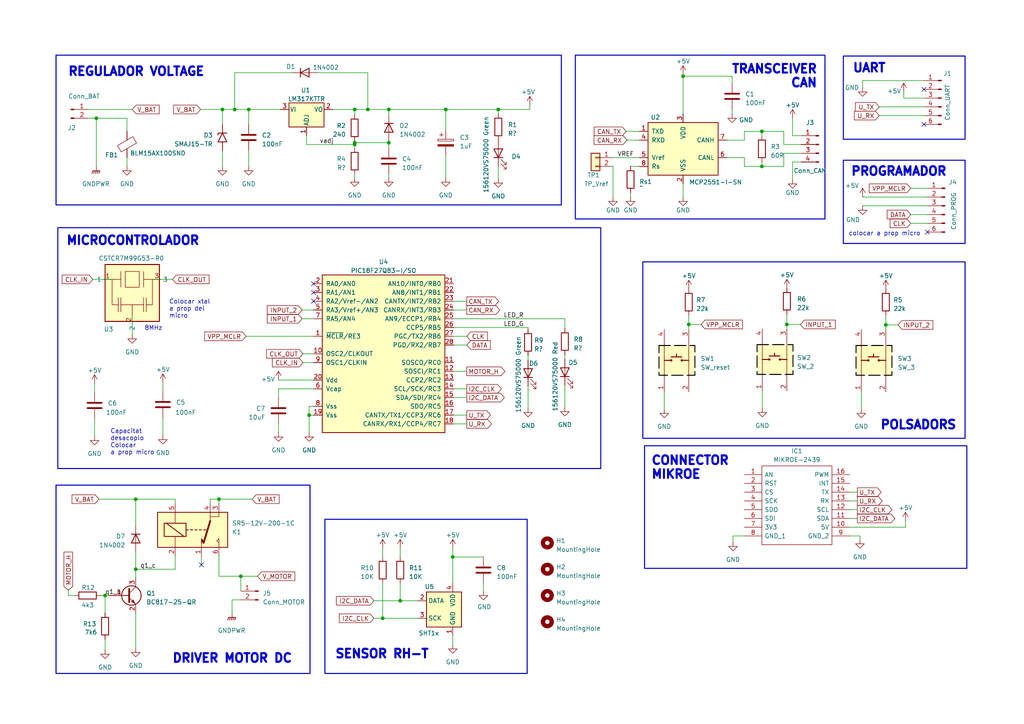
<source format=kicad_sch>
(kicad_sch (version 20230121) (generator eeschema)
  (paper "A4")
  (title_block (title "Placa Pràctica 5 ") (date "2023-04-06") (rev "V4") (company "Universitat de Barcelona") (comment 1 "J.L. Soler, J. Canals, J.D. Prades, M. López") (comment 2 "Eines de Disseny") (comment 3 "Versió Curs 2022/2023"))
  (lib_symbols
    (symbol "Components:DIP_RELAY"
      (property "Reference" "K1" (at 11.43 0.635 0))
      (property "Value" "SR5-12V-200-1C" (at 11.43 -1.905 0))
      (symbol "DIP_RELAY_1_1"
        (pin passive line (at 2.54 7.62 270) (length 2.54) (name "~") (number "1"))
        (pin passive line (at -5.08 7.62 270) (length 2.54) (name "~") (number "2"))
        (pin passive line (at 7.62 -7.62 90) (length 2.54) (name "~") (number "3"))
        (pin passive line (at 5.08 -7.62 90) (length 2.54) (name "~") (number "4"))
        (pin passive line (at -5.08 -7.62 90) (length 2.54) (name "~") (number "5"))
        (pin passive line (at 7.62 7.62 270) (length 2.54) (name "~") (number "6"))
      )
    )
    (symbol "Components:SW_Push_Single" (pin_names (offset 1.016) hide)
      (property "Reference" "SW" (at 5.334 0.762 0))
      (property "Value" "SW_Push_Single" (at 12.7 -6.604 0))
      (symbol "SW_Push_Single_0_1"
        (pin passive line (at -4.191 -12.065 90) (length 2.54) (name "1") (number "1"))
        (pin passive line (at 2.921 -12.065 90) (length 2.54) (name "2") (number "2"))
        (pin passive line (at 2.921 5.969 270) (length 2.54) (name "3") (number "3"))
        (pin passive line (at -4.191 5.969 270) (length 2.54) (name "4") (number "4"))
      )
    )
    (symbol "Components:XTAL"
      (property "Reference" "U" (at 0 0 0))
      (symbol "XTAL_0_1"
        (pin passive line (at -5.842 0 180) (length 2.54) (name "1") (number "1"))
        (pin passive line (at 0 -10.414 270) (length 2.54) (name "2") (number "2"))
        (pin passive line (at 5.842 0 0) (length 2.54) (name "3") (number "3"))
      )
    )
    (symbol "Connector:Conn_01x02_Pin" (pin_names (offset 1.016) hide)
      (property "Reference" "J" (at 0 2.54 0))
      (property "Value" "Conn_01x02_Pin" (at 0 -5.08 0))
      (symbol "Conn_01x02_Pin_1_1"
        (pin passive line (at 5.08 0 180) (length 3.81) (name "Pin_1") (number "1"))
        (pin passive line (at 5.08 -2.54 180) (length 3.81) (name "Pin_2") (number "2"))
      )
    )
    (symbol "Connector:Conn_01x04_Pin" (pin_names (offset 1.016) hide)
      (property "Reference" "J" (at 0 5.08 0))
      (property "Value" "Conn_01x04_Pin" (at 0 -7.62 0))
      (symbol "Conn_01x04_Pin_1_1"
        (pin passive line (at 5.08 2.54 180) (length 3.81) (name "Pin_1") (number "1"))
        (pin passive line (at 5.08 0 180) (length 3.81) (name "Pin_2") (number "2"))
        (pin passive line (at 5.08 -2.54 180) (length 3.81) (name "Pin_3") (number "3"))
        (pin passive line (at 5.08 -5.08 180) (length 3.81) (name "Pin_4") (number "4"))
      )
    )
    (symbol "Connector:Conn_01x06_Pin" (pin_names (offset 1.016) hide)
      (property "Reference" "J" (at 0 7.62 0))
      (property "Value" "Conn_01x06_Pin" (at 0 -10.16 0))
      (symbol "Conn_01x06_Pin_1_1"
        (pin passive line (at 5.08 5.08 180) (length 3.81) (name "Pin_1") (number "1"))
        (pin passive line (at 5.08 2.54 180) (length 3.81) (name "Pin_2") (number "2"))
        (pin passive line (at 5.08 0 180) (length 3.81) (name "Pin_3") (number "3"))
        (pin passive line (at 5.08 -2.54 180) (length 3.81) (name "Pin_4") (number "4"))
        (pin passive line (at 5.08 -5.08 180) (length 3.81) (name "Pin_5") (number "5"))
        (pin passive line (at 5.08 -7.62 180) (length 3.81) (name "Pin_6") (number "6"))
      )
    )
    (symbol "Connector_Generic:Conn_01x02" (pin_names (offset 1.016) hide)
      (property "Reference" "J" (at 0 2.54 0))
      (property "Value" "Conn_01x02" (at 0 -5.08 0))
      (symbol "Conn_01x02_1_1"
        (pin passive line (at -5.08 0 0) (length 3.81) (name "Pin_1") (number "1"))
        (pin passive line (at -5.08 -2.54 0) (length 3.81) (name "Pin_2") (number "2"))
      )
    )
    (symbol "Device:C" (pin_numbers hide) (pin_names (offset 0.254))
      (property "Reference" "C" (at 0.635 2.54 0))
      (property "Value" "C" (at 0.635 -2.54 0))
      (symbol "C_1_1"
        (pin passive line (at 0 3.81 270) (length 2.794) (name "~") (number "1"))
        (pin passive line (at 0 -3.81 90) (length 2.794) (name "~") (number "2"))
      )
    )
    (symbol "Device:C_Polarized" (pin_numbers hide) (pin_names (offset 0.254))
      (property "Reference" "C" (at 0.635 2.54 0))
      (property "Value" "C_Polarized" (at 0.635 -2.54 0))
      (symbol "C_Polarized_1_1"
        (pin passive line (at 0 3.81 270) (length 2.794) (name "~") (number "1"))
        (pin passive line (at 0 -3.81 90) (length 2.794) (name "~") (number "2"))
      )
    )
    (symbol "Device:FerriteBead" (pin_numbers hide) (pin_names (offset 0))
      (property "Reference" "FB" (at -3.81 0.635 90))
      (property "Value" "FerriteBead" (at 3.81 0 90))
      (symbol "FerriteBead_1_1"
        (pin passive line (at 0 3.81 270) (length 2.54) (name "~") (number "1"))
        (pin passive line (at 0 -3.81 90) (length 2.54) (name "~") (number "2"))
      )
    )
    (symbol "Device:LED" (pin_numbers hide) (pin_names (offset 1.016) hide)
      (property "Reference" "D" (at 0 2.54 0))
      (property "Value" "LED" (at 0 -2.54 0))
      (symbol "LED_1_1"
        (pin passive line (at -3.81 0 0) (length 2.54) (name "K") (number "1"))
        (pin passive line (at 3.81 0 180) (length 2.54) (name "A") (number "2"))
      )
    )
    (symbol "Device:R" (pin_numbers hide) (pin_names (offset 0))
      (property "Reference" "R" (at 2.032 0 90))
      (property "Value" "R" (at 0 0 90))
      (symbol "R_1_1"
        (pin passive line (at 0 3.81 270) (length 1.27) (name "~") (number "1"))
        (pin passive line (at 0 -3.81 90) (length 1.27) (name "~") (number "2"))
      )
    )
    (symbol "Diode:1N4002" (pin_numbers hide) (pin_names hide)
      (property "Reference" "D" (at 0 2.54 0))
      (property "Value" "1N4002" (at 0 -2.54 0))
      (symbol "1N4002_1_1"
        (pin passive line (at -3.81 0 0) (length 2.54) (name "K") (number "1"))
        (pin passive line (at 3.81 0 180) (length 2.54) (name "A") (number "2"))
      )
    )
    (symbol "Diode:SMF48A" (pin_numbers hide) (pin_names (offset 1.016) hide)
      (property "Reference" "D" (at 0 2.54 0))
      (property "Value" "SMF48A" (at 0 -2.54 0))
      (symbol "SMF48A_1_1"
        (pin passive line (at -3.81 0 0) (length 2.54) (name "A1") (number "1"))
        (pin passive line (at 3.81 0 180) (length 2.54) (name "A2") (number "2"))
      )
    )
    (symbol "Interface_CAN_LIN:MCP2551-I-SN" (pin_names (offset 1.016))
      (property "Reference" "U" (at -10.16 8.89 0))
      (property "Value" "MCP2551-I-SN" (at 2.54 8.89 0))
      (symbol "MCP2551-I-SN_1_1"
        (pin input line (at -12.7 5.08 0) (length 2.54) (name "TXD") (number "1"))
        (pin power_in line (at 0 -10.16 90) (length 2.54) (name "VSS") (number "2"))
        (pin power_in line (at 0 10.16 270) (length 2.54) (name "VDD") (number "3"))
        (pin output line (at -12.7 2.54 0) (length 2.54) (name "RXD") (number "4"))
        (pin power_out line (at -12.7 -2.54 0) (length 2.54) (name "Vref") (number "5"))
        (pin bidirectional line (at 12.7 -2.54 180) (length 2.54) (name "CANL") (number "6"))
        (pin bidirectional line (at 12.7 2.54 180) (length 2.54) (name "CANH") (number "7"))
        (pin input line (at -12.7 -5.08 0) (length 2.54) (name "Rs") (number "8"))
      )
    )
    (symbol "MCU_Microchip_PIC18:PIC18F25K80_ISS" (pin_names (offset 1.016))
      (property "Reference" "U" (at -17.78 24.13 0))
      (property "Value" "PIC18F25K80_ISS" (at 17.78 24.13 0))
      (symbol "PIC18F25K80_ISS_1_1"
        (pin bidirectional line (at -20.32 5.08 0) (length 2.54) (name "~{MCLR}/RE3") (number "1"))
        (pin input line (at -20.32 0 0) (length 2.54) (name "OSC2/CLKOUT") (number "10"))
        (pin bidirectional line (at 20.32 -2.54 180) (length 2.54) (name "SOSCO/RC0") (number "11"))
        (pin bidirectional line (at 20.32 -5.08 180) (length 2.54) (name "SOSCI/RC1") (number "12"))
        (pin bidirectional line (at 20.32 -7.62 180) (length 2.54) (name "CCP2/RC2") (number "13"))
        (pin bidirectional line (at 20.32 -10.16 180) (length 2.54) (name "SCL/SCK/RC3") (number "14"))
        (pin bidirectional line (at 20.32 -12.7 180) (length 2.54) (name "SDA/SDI/RC4") (number "15"))
        (pin bidirectional line (at 20.32 -15.24 180) (length 2.54) (name "SDO/RC5") (number "16"))
        (pin bidirectional line (at 20.32 -17.78 180) (length 2.54) (name "CANTX/TX1/CCP3/RC6") (number "17"))
        (pin bidirectional line (at 20.32 -20.32 180) (length 2.54) (name "CANRX/RX1/CCP4/RC7") (number "18"))
        (pin power_in line (at -20.32 -17.78 0) (length 2.54) (name "Vss") (number "19"))
        (pin bidirectional line (at -20.32 20.32 0) (length 2.54) (name "RA0/AN0") (number "2"))
        (pin power_in line (at -20.32 -7.62 0) (length 2.54) (name "Vdd") (number "20"))
        (pin bidirectional line (at 20.32 20.32 180) (length 2.54) (name "AN10/INT0/RB0") (number "21"))
        (pin bidirectional line (at 20.32 17.78 180) (length 2.54) (name "AN8/INT1/RB1") (number "22"))
        (pin bidirectional line (at 20.32 15.24 180) (length 2.54) (name "CANTX/INT2/RB2") (number "23"))
        (pin bidirectional line (at 20.32 12.7 180) (length 2.54) (name "CANRX/INT3/RB3") (number "24"))
        (pin bidirectional line (at 20.32 10.16 180) (length 2.54) (name "AN9/ECCP1/RB4") (number "25"))
        (pin bidirectional line (at 20.32 7.62 180) (length 2.54) (name "CCP5/RB5") (number "26"))
        (pin bidirectional line (at 20.32 5.08 180) (length 2.54) (name "PGC/TX2/RB6") (number "27"))
        (pin bidirectional line (at 20.32 2.54 180) (length 2.54) (name "PGD/RX2/RB7") (number "28"))
        (pin bidirectional line (at -20.32 17.78 0) (length 2.54) (name "RA1/AN1") (number "3"))
        (pin bidirectional line (at -20.32 15.24 0) (length 2.54) (name "RA2/Vref-/AN2") (number "4"))
        (pin bidirectional line (at -20.32 12.7 0) (length 2.54) (name "RA3/Vref+/AN3") (number "5"))
        (pin power_in line (at -20.32 -10.16 0) (length 2.54) (name "Vcap") (number "6"))
        (pin bidirectional line (at -20.32 10.16 0) (length 2.54) (name "RA5/AN4") (number "7"))
        (pin power_in line (at -20.32 -15.24 0) (length 2.54) (name "Vss") (number "8"))
        (pin input line (at -20.32 -2.54 0) (length 2.54) (name "OSC1/CLKIN") (number "9"))
      )
    )
    (symbol "MIKROE-2439:MIKROE-2439" (pin_names (offset 0.762))
      (property "Reference" "IC" (at 26.67 7.62 0))
      (property "Value" "MIKROE-2439" (at 26.67 5.08 0))
      (symbol "MIKROE-2439_0_0"
        (pin passive line (at 0 0 0) (length 5.08) (name "AN") (number "1"))
        (pin passive line (at 30.48 -15.24 180) (length 5.08) (name "5V") (number "10"))
        (pin passive line (at 30.48 -12.7 180) (length 5.08) (name "SDA") (number "11"))
        (pin passive line (at 30.48 -10.16 180) (length 5.08) (name "SCL") (number "12"))
        (pin passive line (at 30.48 -7.62 180) (length 5.08) (name "RX") (number "13"))
        (pin passive line (at 30.48 -5.08 180) (length 5.08) (name "TX") (number "14"))
        (pin passive line (at 30.48 -2.54 180) (length 5.08) (name "INT") (number "15"))
        (pin passive line (at 30.48 0 180) (length 5.08) (name "PWM") (number "16"))
        (pin passive line (at 0 -2.54 0) (length 5.08) (name "RST") (number "2"))
        (pin passive line (at 0 -5.08 0) (length 5.08) (name "CS") (number "3"))
        (pin passive line (at 0 -7.62 0) (length 5.08) (name "SCK") (number "4"))
        (pin passive line (at 0 -10.16 0) (length 5.08) (name "SDO") (number "5"))
        (pin passive line (at 0 -12.7 0) (length 5.08) (name "SDI") (number "6"))
        (pin passive line (at 0 -15.24 0) (length 5.08) (name "3V3") (number "7"))
        (pin passive line (at 0 -17.78 0) (length 5.08) (name "GND_1") (number "8"))
        (pin passive line (at 30.48 -17.78 180) (length 5.08) (name "GND_2") (number "9"))
      )
    )
    (symbol "Mechanical:MountingHole" (pin_names (offset 1.016))
      (property "Reference" "H" (at 0 5.08 0))
      (property "Value" "MountingHole" (at 0 3.175 0))
    )
    (symbol "Regulator_Linear:LM317_SOT-223" (pin_names (offset 0.254))
      (property "Reference" "U" (at -3.81 3.175 0))
      (property "Value" "LM317_SOT-223" (at 0 3.175 0))
      (symbol "LM317_SOT-223_1_1"
        (pin input line (at 0 -7.62 90) (length 2.54) (name "ADJ") (number "1"))
        (pin power_out line (at 7.62 0 180) (length 2.54) (name "VO") (number "2"))
        (pin power_in line (at -7.62 0 0) (length 2.54) (name "VI") (number "3"))
      )
    )
    (symbol "Sensor:SHT1x"
      (property "Reference" "U" (at 3.81 6.35 0))
      (property "Value" "SHT1x" (at 2.54 -6.35 0))
      (symbol "SHT1x_1_1"
        (pin power_in line (at -2.54 -7.62 90) (length 2.54) (name "GND") (number "1"))
        (pin bidirectional line (at 7.62 2.54 180) (length 2.54) (name "DATA") (number "2"))
        (pin input line (at 7.62 -2.54 180) (length 2.54) (name "SCK") (number "3"))
        (pin power_in line (at -2.54 7.62 270) (length 2.54) (name "VDD") (number "4"))
      )
    )
    (symbol "Transistor_BJT:BC817" (pin_names (offset 0) hide)
      (property "Reference" "Q" (at 5.08 1.905 0))
      (property "Value" "BC817" (at 5.08 0 0))
      (symbol "BC817_1_1"
        (pin input line (at -5.08 0 0) (length 5.715) (name "B") (number "1"))
        (pin passive line (at 2.54 -5.08 90) (length 2.54) (name "E") (number "2"))
        (pin passive line (at 2.54 5.08 270) (length 2.54) (name "C") (number "3"))
      )
    )
    (symbol "power:+5V" (power) (pin_names (offset 0))
      (property "Value" "+5V" (at 0 3.556 0))
      (symbol "+5V_1_1"
        (pin power_in line (at 0 0 90) (length 0) hide (name "+5V") (number "1"))
      )
    )
    (symbol "power:GND" (power) (pin_names (offset 0))
      (property "Value" "GND" (at 0 -3.81 0))
      (symbol "GND_1_1"
        (pin power_in line (at 0 0 270) (length 0) hide (name "GND") (number "1"))
      )
    )
    (symbol "power:GNDPWR" (power) (pin_names (offset 0))
      (property "Value" "GNDPWR" (at 0 -3.302 0))
      (symbol "GNDPWR_1_1"
        (pin power_in line (at 0 0 270) (length 0) hide (name "GNDPWR") (number "1"))
      )
    )
  )
  (junction (at 102.87 41.402))
  (junction (at 72.136 31.75))
  (junction (at 220.98 38.1))
  (junction (at 198.12 22.098))
  (junction (at 131.318 161.544))
  (junction (at 39.37 144.78))
  (junction (at 220.98 48.26))
  (junction (at 144.526 31.75))
  (junction (at 102.87 41.91))
  (junction (at 112.776 31.75))
  (junction (at 27.94 34.29))
  (junction (at 106.68 31.75))
  (junction (at 256.921 94.234))
  (junction (at 110.998 179.324))
  (junction (at 68.072 31.75))
  (junction (at 102.87 31.75))
  (junction (at 39.37 165.1))
  (junction (at 30.48 172.72))
  (junction (at 129.286 31.75))
  (junction (at 63.5 144.78))
  (junction (at 64.516 31.75))
  (junction (at 228.219 94.107))
  (junction (at 199.771 94.107))
  (junction (at 112.776 41.402))
  (junction (at 69.85 167.132))
  (junction (at 89.662 120.396))
  (junction (at 116.078 174.244))
  (no_connect (at 58.42 163.83))
  (no_connect (at 90.932 87.376))
  (no_connect (at 267.97 25.908))
  (no_connect (at 267.97 36.068))
  (no_connect (at 90.932 82.296))
  (no_connect (at 268.986 67.31))
  (no_connect (at 90.932 84.836))
  (wire (pts (xy 264.16 62.23) (xy 268.986 62.23)))
  (wire (pts (xy 199.771 91.44) (xy 199.771 94.107)))
  (wire (pts (xy 71.374 97.536) (xy 90.932 97.536)))
  (wire (pts (xy 102.87 40.894) (xy 102.87 41.402)))
  (wire (pts (xy 39.37 165.1) (xy 50.8 165.1)))
  (wire (pts (xy 163.83 92.456) (xy 163.83 95.25)))
  (wire (pts (xy 131.572 115.316) (xy 135.382 115.316)))
  (wire (pts (xy 116.078 169.164) (xy 116.078 174.244)))
  (wire (pts (xy 102.87 50.546) (xy 102.87 51.562)))
  (wire (pts (xy 68.072 31.75) (xy 68.072 21.082)))
  (wire (pts (xy 212.598 155.448) (xy 212.598 157.226)))
  (wire (pts (xy 248.666 142.494) (xy 248.666 142.748)))
  (wire (pts (xy 153.162 104.394) (xy 153.162 103.124)))
  (wire (pts (xy 27.94 34.29) (xy 27.94 48.26)))
  (wire (pts (xy 227.33 38.1) (xy 227.33 41.91)))
  (wire (pts (xy 89.662 120.396) (xy 89.662 125.476)))
  (wire (pts (xy 256.921 94.234) (xy 260.477 94.234)))
  (wire (pts (xy 215.9 38.1) (xy 220.98 38.1)))
  (wire (pts (xy 262.636 152.908) (xy 262.636 151.13)))
  (wire (pts (xy 116.078 159.004) (xy 116.078 161.544)))
  (wire (pts (xy 39.37 144.78) (xy 50.8 144.78)))
  (wire (pts (xy 221.107 113.411) (xy 221.107 118.364)))
  (wire (pts (xy 64.516 31.75) (xy 68.072 31.75)))
  (wire (pts (xy 68.072 31.75) (xy 72.136 31.75)))
  (wire (pts (xy 89.662 120.396) (xy 90.932 120.396)))
  (wire (pts (xy 38.354 31.75) (xy 25.654 31.75)))
  (wire (pts (xy 267.97 23.368) (xy 250.19 23.368)))
  (wire (pts (xy 102.87 41.402) (xy 102.87 41.91)))
  (wire (pts (xy 72.136 36.068) (xy 72.136 31.75)))
  (wire (pts (xy 39.37 160.02) (xy 39.37 165.1)))
  (wire (pts (xy 80.772 122.936) (xy 80.772 125.476)))
  (wire (pts (xy 90.932 117.856) (xy 89.662 117.856)))
  (wire (pts (xy 220.98 38.1) (xy 220.98 39.37)))
  (wire (pts (xy 203.327 94.107) (xy 199.771 94.107)))
  (wire (pts (xy 110.998 179.324) (xy 121.158 179.324)))
  (wire (pts (xy 106.68 31.75) (xy 112.776 31.75)))
  (wire (pts (xy 140.208 169.164) (xy 140.208 171.45)))
  (wire (pts (xy 131.572 94.996) (xy 153.162 94.996)))
  (wire (pts (xy 102.87 33.274) (xy 102.87 31.75)))
  (wire (pts (xy 58.42 163.83) (xy 58.42 161.29)))
  (wire (pts (xy 181.61 40.64) (xy 185.42 40.64)))
  (wire (pts (xy 36.83 45.72) (xy 36.83 48.26)))
  (wire (pts (xy 262.128 28.448) (xy 267.97 28.448)))
  (wire (pts (xy 215.9 40.64) (xy 215.9 38.1)))
  (wire (pts (xy 227.33 44.45) (xy 227.33 48.26)))
  (wire (pts (xy 229.87 46.99) (xy 229.87 52.07)))
  (wire (pts (xy 153.162 95.504) (xy 153.162 94.996)))
  (wire (pts (xy 246.38 152.908) (xy 262.636 152.908)))
  (wire (pts (xy 58.166 31.75) (xy 64.516 31.75)))
  (wire (pts (xy 69.85 167.132) (xy 69.85 171.45)))
  (wire (pts (xy 227.33 48.26) (xy 220.98 48.26)))
  (wire (pts (xy 182.88 55.88) (xy 182.88 57.15)))
  (wire (pts (xy 232.41 39.37) (xy 229.87 39.37)))
  (wire (pts (xy 106.68 31.75) (xy 106.68 21.082)))
  (wire (pts (xy 36.83 34.29) (xy 36.83 38.1)))
  (wire (pts (xy 198.12 53.34) (xy 198.12 57.15)))
  (wire (pts (xy 246.38 147.828) (xy 248.666 147.828)))
  (wire (pts (xy 131.572 97.536) (xy 135.382 97.536)))
  (wire (pts (xy 87.884 105.156) (xy 90.932 105.156)))
  (wire (pts (xy 163.83 111.76) (xy 163.83 118.11)))
  (wire (pts (xy 39.37 177.8) (xy 39.37 187.96)))
  (wire (pts (xy 116.078 174.244) (xy 121.158 174.244)))
  (wire (pts (xy 256.921 91.44) (xy 256.921 94.234)))
  (wire (pts (xy 131.318 161.544) (xy 131.318 169.164)))
  (wire (pts (xy 112.776 31.75) (xy 129.286 31.75)))
  (wire (pts (xy 210.82 40.64) (xy 215.9 40.64)))
  (wire (pts (xy 88.9 41.91) (xy 102.87 41.91)))
  (wire (pts (xy 144.526 48.26) (xy 144.526 51.816)))
  (wire (pts (xy 212.344 31.75) (xy 212.344 33.02)))
  (wire (pts (xy 131.572 112.776) (xy 135.382 112.776)))
  (wire (pts (xy 227.33 41.91) (xy 232.41 41.91)))
  (wire (pts (xy 102.87 41.402) (xy 112.776 41.402)))
  (wire (pts (xy 30.48 172.72) (xy 31.75 172.72)))
  (wire (pts (xy 44.196 81.026) (xy 50.038 81.026)))
  (wire (pts (xy 67.31 173.99) (xy 69.85 173.99)))
  (wire (pts (xy 88.9 39.37) (xy 88.9 41.91)))
  (wire (pts (xy 198.12 22.098) (xy 198.12 33.02)))
  (wire (pts (xy 39.37 165.1) (xy 39.37 167.64)))
  (wire (pts (xy 246.38 155.448) (xy 249.428 155.448)))
  (wire (pts (xy 110.998 169.164) (xy 110.998 179.324)))
  (wire (pts (xy 131.572 120.396) (xy 135.382 120.396)))
  (wire (pts (xy 131.572 100.076) (xy 135.382 100.076)))
  (wire (pts (xy 19.812 171.196) (xy 19.812 172.72)))
  (wire (pts (xy 262.128 26.67) (xy 262.128 28.448)))
  (wire (pts (xy 64.516 31.75) (xy 64.516 36.068)))
  (wire (pts (xy 27.432 111.252) (xy 27.432 113.792)))
  (wire (pts (xy 144.526 31.75) (xy 144.526 33.02)))
  (wire (pts (xy 131.318 184.404) (xy 131.318 186.944)))
  (wire (pts (xy 220.98 48.26) (xy 215.9 48.26)))
  (wire (pts (xy 249.809 113.665) (xy 249.809 118.618)))
  (wire (pts (xy 90.932 112.776) (xy 80.772 112.776)))
  (wire (pts (xy 246.38 145.288) (xy 248.666 145.288)))
  (wire (pts (xy 264.16 54.61) (xy 268.986 54.61)))
  (wire (pts (xy 256.921 94.234) (xy 256.921 95.631)))
  (wire (pts (xy 26.924 81.026) (xy 32.512 81.026)))
  (wire (pts (xy 131.572 89.916) (xy 135.382 89.916)))
  (wire (pts (xy 129.286 31.75) (xy 129.286 37.592)))
  (wire (pts (xy 215.9 48.26) (xy 215.9 45.72)))
  (wire (pts (xy 87.63 92.456) (xy 90.932 92.456)))
  (wire (pts (xy 153.67 31.75) (xy 153.67 30.48)))
  (wire (pts (xy 255.016 33.528) (xy 267.97 33.528)))
  (wire (pts (xy 80.772 112.776) (xy 80.772 115.316)))
  (wire (pts (xy 110.998 159.004) (xy 110.998 161.544)))
  (wire (pts (xy 198.12 22.098) (xy 212.344 22.098)))
  (wire (pts (xy 198.12 21.59) (xy 198.12 22.098)))
  (wire (pts (xy 131.572 107.696) (xy 135.382 107.696)))
  (wire (pts (xy 69.85 167.132) (xy 74.676 167.132)))
  (wire (pts (xy 232.156 94.107) (xy 228.219 94.107)))
  (wire (pts (xy 229.87 34.29) (xy 229.87 39.37)))
  (wire (pts (xy 131.572 87.376) (xy 135.382 87.376)))
  (wire (pts (xy 19.812 172.72) (xy 21.59 172.72)))
  (wire (pts (xy 250.19 59.69) (xy 268.986 59.69)))
  (wire (pts (xy 232.41 46.99) (xy 229.87 46.99)))
  (wire (pts (xy 47.244 121.158) (xy 47.244 126.238)))
  (wire (pts (xy 250.19 23.368) (xy 250.19 25.4)))
  (wire (pts (xy 131.572 122.936) (xy 135.382 122.936)))
  (wire (pts (xy 72.136 31.75) (xy 81.28 31.75)))
  (wire (pts (xy 87.884 102.616) (xy 90.932 102.616)))
  (wire (pts (xy 102.87 41.91) (xy 102.87 42.926)))
  (wire (pts (xy 27.94 34.29) (xy 36.83 34.29)))
  (wire (pts (xy 144.526 31.75) (xy 153.67 31.75)))
  (wire (pts (xy 129.286 45.212) (xy 129.286 51.562)))
  (wire (pts (xy 80.772 110.236) (xy 90.932 110.236)))
  (wire (pts (xy 112.776 40.894) (xy 112.776 41.402)))
  (wire (pts (xy 255.016 30.988) (xy 267.97 30.988)))
  (wire (pts (xy 131.572 92.456) (xy 163.83 92.456)))
  (wire (pts (xy 27.432 121.412) (xy 27.432 126.492)))
  (wire (pts (xy 89.662 117.856) (xy 89.662 120.396)))
  (wire (pts (xy 131.318 161.544) (xy 140.208 161.544)))
  (wire (pts (xy 63.5 144.78) (xy 73.152 144.78)))
  (wire (pts (xy 232.41 44.45) (xy 227.33 44.45)))
  (wire (pts (xy 30.48 185.42) (xy 30.48 188.468)))
  (wire (pts (xy 264.16 64.77) (xy 268.986 64.77)))
  (wire (pts (xy 50.8 144.78) (xy 50.8 146.05)))
  (wire (pts (xy 177.8 45.72) (xy 185.42 45.72)))
  (wire (pts (xy 181.61 38.1) (xy 185.42 38.1)))
  (wire (pts (xy 60.96 144.78) (xy 63.5 144.78)))
  (wire (pts (xy 68.072 21.082) (xy 84.582 21.082)))
  (wire (pts (xy 220.98 38.1) (xy 227.33 38.1)))
  (wire (pts (xy 250.19 57.15) (xy 268.986 57.15)))
  (wire (pts (xy 102.87 31.75) (xy 106.68 31.75)))
  (wire (pts (xy 64.516 43.688) (xy 64.516 48.26)))
  (wire (pts (xy 163.83 104.14) (xy 163.83 102.87)))
  (wire (pts (xy 67.31 177.8) (xy 67.31 173.99)))
  (wire (pts (xy 177.8 48.26) (xy 177.8 57.15)))
  (wire (pts (xy 25.654 34.29) (xy 27.94 34.29)))
  (wire (pts (xy 108.458 174.244) (xy 116.078 174.244)))
  (wire (pts (xy 199.771 94.107) (xy 199.771 95.631)))
  (wire (pts (xy 63.5 144.78) (xy 63.5 146.05)))
  (wire (pts (xy 112.776 31.75) (xy 112.776 33.274)))
  (wire (pts (xy 108.458 179.324) (xy 110.998 179.324)))
  (wire (pts (xy 215.9 155.448) (xy 212.598 155.448)))
  (wire (pts (xy 192.659 113.665) (xy 192.659 118.618)))
  (wire (pts (xy 112.776 50.546) (xy 112.776 51.562)))
  (wire (pts (xy 30.48 172.72) (xy 30.48 177.8)))
  (wire (pts (xy 29.21 172.72) (xy 30.48 172.72)))
  (wire (pts (xy 153.162 112.014) (xy 153.162 118.364)))
  (wire (pts (xy 63.5 167.132) (xy 63.5 161.29)))
  (wire (pts (xy 246.38 150.368) (xy 248.666 150.368)))
  (wire (pts (xy 63.5 167.132) (xy 69.85 167.132)))
  (wire (pts (xy 131.318 159.004) (xy 131.318 161.544)))
  (wire (pts (xy 228.219 94.107) (xy 228.219 95.377)))
  (wire (pts (xy 72.136 43.688) (xy 72.136 48.26)))
  (wire (pts (xy 246.38 142.748) (xy 248.666 142.748)))
  (wire (pts (xy 28.702 144.78) (xy 39.37 144.78)))
  (wire (pts (xy 92.202 21.082) (xy 106.68 21.082)))
  (wire (pts (xy 38.354 91.44) (xy 38.354 97.028)))
  (wire (pts (xy 87.63 89.916) (xy 90.932 89.916)))
  (wire (pts (xy 112.776 41.402) (xy 112.776 42.926)))
  (wire (pts (xy 47.244 110.998) (xy 47.244 113.538)))
  (wire (pts (xy 212.344 22.098) (xy 212.344 24.13)))
  (wire (pts (xy 60.96 144.78) (xy 60.96 146.05)))
  (wire (pts (xy 249.428 155.448) (xy 249.428 156.464)))
  (wire (pts (xy 182.88 48.26) (xy 185.42 48.26)))
  (wire (pts (xy 129.286 31.75) (xy 144.526 31.75)))
  (wire (pts (xy 39.37 144.78) (xy 39.37 152.4)))
  (wire (pts (xy 96.52 31.75) (xy 102.87 31.75)))
  (wire (pts (xy 220.98 46.99) (xy 220.98 48.26)))
  (wire (pts (xy 210.82 45.72) (xy 215.9 45.72)))
  (wire (pts (xy 228.219 91.186) (xy 228.219 94.107)))
  (wire (pts (xy 50.8 161.29) (xy 50.8 165.1)))
  (rectangle (start 16.256 140.716) (end 89.916 195.326) (stroke (width 0.3)))
  (rectangle (start 244.602 16.256) (end 279.908 40.386) (stroke (width 0.3)))
  (rectangle (start 186.944 129.286) (end 280.416 164.846) (stroke (width 0.3)))
  (rectangle (start 244.602 46.482) (end 279.908 70.612) (stroke (width 0.3)))
  (rectangle (start 16.256 16.002) (end 162.814 59.436) (stroke (width 0.3)))
  (rectangle (start 166.878 16.002) (end 239.268 63.5) (stroke (width 0.3)))
  (rectangle (start 16.764 66.04) (end 174.244 135.89) (stroke (width 0.3)))
  (rectangle (start 186.436 75.946) (end 279.908 127.127) (stroke (width 0.3)))
  (rectangle (start 94.234 150.622) (end 152.908 195.326) (stroke (width 0.3)))
  (text "PROGRAMADOR" (at 246.634 51.308 0) (effects (font (size 2.5 2.5) (thickness 0.6) bold) (justify left bottom)))
  (text "Colocar xtal \na prop del \nmicro" (at 49.022 92.456 0) (effects (font (size 1.27 1.27)) (justify left bottom)))
  (text "DRIVER MOTOR DC" (at 49.784 192.532 0) (effects (font (size 2.5 2.5) (thickness 0.6) bold) (justify left bottom)))
  (text "CONNECTOR \nMIKROE\n" (at 188.722 139.192 0) (effects (font (size 2.5 2.5) (thickness 0.6) bold) (justify left bottom)))
  (text "TRANSCEIVER\nCAN" (at 237.236 25.654 0) (effects (font (size 2.5 2.5) (thickness 0.6) bold) (justify right bottom)))
  (text "8MHz\n" (at 41.91 96.012 0) (effects (font (size 1.27 1.27)) (justify left bottom)))
  (text "REGULADOR VOLTAGE" (at 19.558 22.352 0) (effects (font (size 2.5 2.5) (thickness 0.6) bold) (justify left bottom)))
  (text "MICROCONTROLADOR" (at 19.05 71.374 0) (effects (font (size 2.5 2.5) (thickness 0.6) bold) (justify left bottom)))
  (text "SENSOR RH-T" (at 97.028 191.262 0) (effects (font (size 2.5 2.5) (thickness 0.6) bold) (justify left bottom)))
  (text "UART" (at 247.142 21.336 0) (effects (font (size 2.5 2.5) (thickness 0.6) bold) (justify left bottom)))
  (text "colocar a prop micro" (at 246.126 68.58 0) (effects (font (size 1.27 1.27)) (justify left bottom)))
  (text "POLSADORS\n" (at 255.143 124.841 0) (effects (font (size 2.5 2.5) (thickness 0.6) bold) (justify left bottom)))
  (text "Capacitat\ndesacoplo\nColocar \na prop micro" (at 32.004 132.08 0) (effects (font (size 1.27 1.27)) (justify left bottom)))
  (label "VREF" (at 179.07 45.72 0))
  (label "LED_R" (at 146.05 92.456 0))
  (label "q1_c" (at 40.64 165.1 0))
  (label "vadj" (at 92.71 41.91 0))
  (label "q1_b" (at 30.48 172.72 0))
  (label "LED_G" (at 146.05 94.996 0))
  (global_label "V_BAT" (shape input) (at 73.152 144.78 0) (property "Intersheetrefs" "${INTERSHEET_REFS}" (effects hide)))
  (global_label "MOTOR_H" (shape input) (at 19.812 171.196 90) (property "Intersheetrefs" "${INTERSHEET_REFS}" (effects hide)))
  (global_label "U_TX" (shape output) (at 248.666 142.748 0) (property "Intersheetrefs" "${INTERSHEET_REFS}" (effects hide)))
  (global_label "INPUT_1" (shape input) (at 232.156 94.107 0) (property "Intersheetrefs" "${INTERSHEET_REFS}" (effects hide)))
  (global_label "VPP_MCLR" (shape input) (at 203.327 94.107 0) (property "Intersheetrefs" "${INTERSHEET_REFS}" (effects hide)))
  (global_label "INPUT_2" (shape input) (at 260.477 94.234 0) (property "Intersheetrefs" "${INTERSHEET_REFS}" (effects hide)))
  (global_label "CAN_TX" (shape output) (at 135.382 87.376 0) (property "Intersheetrefs" "${INTERSHEET_REFS}" (effects hide)))
  (global_label "V_BAT" (shape input) (at 58.166 31.75 180) (property "Intersheetrefs" "${INTERSHEET_REFS}" (effects hide)))
  (global_label "MOTOR_H" (shape output) (at 135.382 107.696 0) (property "Intersheetrefs" "${INTERSHEET_REFS}" (effects hide)))
  (global_label "U_TX" (shape input) (at 255.016 30.988 180) (property "Intersheetrefs" "${INTERSHEET_REFS}" (effects hide)))
  (global_label "U_RX" (shape output) (at 135.382 122.936 0) (property "Intersheetrefs" "${INTERSHEET_REFS}" (effects hide)))
  (global_label "I2C_DATA" (shape output) (at 248.666 150.368 0) (property "Intersheetrefs" "${INTERSHEET_REFS}" (effects hide)))
  (global_label "U_RX" (shape output) (at 248.666 145.288 0) (property "Intersheetrefs" "${INTERSHEET_REFS}" (effects hide)))
  (global_label "CAN_TX" (shape input) (at 181.61 38.1 180) (property "Intersheetrefs" "${INTERSHEET_REFS}" (effects hide)))
  (global_label "V_MOTOR" (shape input) (at 74.676 167.132 0) (property "Intersheetrefs" "${INTERSHEET_REFS}" (effects hide)))
  (global_label "VPP_MCLR" (shape input) (at 264.16 54.61 180) (property "Intersheetrefs" "${INTERSHEET_REFS}" (effects hide)))
  (global_label "CLK_IN" (shape input) (at 87.884 105.156 180) (property "Intersheetrefs" "${INTERSHEET_REFS}" (effects hide)))
  (global_label "U_TX" (shape output) (at 135.382 120.396 0) (property "Intersheetrefs" "${INTERSHEET_REFS}" (effects hide)))
  (global_label "I2C_DATA" (shape output) (at 135.382 115.316 0) (property "Intersheetrefs" "${INTERSHEET_REFS}" (effects hide)))
  (global_label "V_BAT" (shape input) (at 38.354 31.75 0) (property "Intersheetrefs" "${INTERSHEET_REFS}" (effects hide)))
  (global_label "V_BAT" (shape input) (at 28.702 144.78 180) (property "Intersheetrefs" "${INTERSHEET_REFS}" (effects hide)))
  (global_label "CLK" (shape input) (at 264.16 64.77 180) (property "Intersheetrefs" "${INTERSHEET_REFS}" (effects hide)))
  (global_label "INPUT_2" (shape input) (at 87.63 89.916 180) (property "Intersheetrefs" "${INTERSHEET_REFS}" (effects hide)))
  (global_label "I2C_CLK" (shape output) (at 248.666 147.828 0) (property "Intersheetrefs" "${INTERSHEET_REFS}" (effects hide)))
  (global_label "INPUT_1" (shape input) (at 87.63 92.456 180) (property "Intersheetrefs" "${INTERSHEET_REFS}" (effects hide)))
  (global_label "CLK" (shape input) (at 135.382 97.536 0) (property "Intersheetrefs" "${INTERSHEET_REFS}" (effects hide)))
  (global_label "I2C_CLK" (shape output) (at 135.382 112.776 0) (property "Intersheetrefs" "${INTERSHEET_REFS}" (effects hide)))
  (global_label "CLK_OUT" (shape input) (at 87.884 102.616 180) (property "Intersheetrefs" "${INTERSHEET_REFS}" (effects hide)))
  (global_label "DATA" (shape input) (at 264.16 62.23 180) (property "Intersheetrefs" "${INTERSHEET_REFS}" (effects hide)))
  (global_label "VPP_MCLR" (shape input) (at 71.374 97.536 180) (property "Intersheetrefs" "${INTERSHEET_REFS}" (effects hide)))
  (global_label "CAN_RX" (shape input) (at 181.864 40.64 180) (property "Intersheetrefs" "${INTERSHEET_REFS}" (effects hide)))
  (global_label "CLK_IN" (shape input) (at 26.924 81.026 180) (property "Intersheetrefs" "${INTERSHEET_REFS}" (effects hide)))
  (global_label "I2C_CLK" (shape input) (at 108.458 179.324 180) (property "Intersheetrefs" "${INTERSHEET_REFS}" (effects hide)))
  (global_label "CAN_RX" (shape output) (at 135.382 89.916 0) (property "Intersheetrefs" "${INTERSHEET_REFS}" (effects hide)))
  (global_label "I2C_DATA" (shape input) (at 108.458 174.244 180) (property "Intersheetrefs" "${INTERSHEET_REFS}" (effects hide)))
  (global_label "DATA" (shape input) (at 135.382 100.076 0) (property "Intersheetrefs" "${INTERSHEET_REFS}" (effects hide)))
  (global_label "U_RX" (shape input) (at 255.016 33.528 180) (property "Intersheetrefs" "${INTERSHEET_REFS}" (effects hide)))
  (global_label "CLK_OUT" (shape input) (at 50.038 81.026 0) (property "Intersheetrefs" "${INTERSHEET_REFS}" (effects hide)))
  (symbol (lib_id "Device:R") (at 102.87 37.084 0) (mirror y) (unit 1)
    (property "Reference" "R2" (at 100.33 36.449 0) (effects (justify left)))
    (property "Value" "240" (at 100.33 38.989 0) (effects (justify left)))
    (property "Footprint" "Resistor_SMD:R_1206_3216Metric_Pad1.30x1.75mm_HandSolder" (effects hide))
  )
  (symbol (lib_id "Device:R") (at 199.771 87.63 0) (unit 1)
    (property "Reference" "R7" (at 201.93 86.995 0) (effects (justify left)))
    (property "Value" "22k" (at 201.93 89.535 0) (effects (justify left)))
    (property "Footprint" "Resistor_SMD:R_1206_3216Metric_Pad1.30x1.75mm_HandSolder" (effects hide))
  )
  (symbol (lib_id "Device:R") (at 102.87 46.736 0) (mirror y) (unit 1)
    (property "Reference" "R4" (at 100.33 46.101 0) (effects (justify left)))
    (property "Value" "R?" (at 100.33 48.641 0) (effects (justify left)))
    (property "Footprint" "Resistor_SMD:R_1206_3216Metric_Pad1.30x1.75mm_HandSolder" (effects hide))
  )
  (symbol (lib_id "power:+5V") (at 256.921 83.82 0) (unit 1)
    (property "Reference" "#PWR024" (effects hide))
    (property "Value" "+5V" (at 256.921 80.01 0))
  )
  (symbol (lib_id "Device:R") (at 163.83 99.06 0) (unit 1)
    (property "Reference" "R8" (at 166.37 98.425 0) (effects (justify left)))
    (property "Value" "R?" (at 166.37 100.965 0) (effects (justify left)))
    (property "Footprint" "Resistor_SMD:R_1206_3216Metric_Pad1.30x1.75mm_HandSolder" (effects hide))
  )
  (symbol (lib_id "Device:C") (at 112.776 46.736 0) (unit 1)
    (property "Reference" "C4" (at 116.586 46.101 0) (effects (justify left)))
    (property "Value" "100nF" (at 116.586 48.641 0) (effects (justify left)))
    (property "Footprint" "Capacitor_SMD:C_1206_3216Metric" (effects hide))
  )
  (symbol (lib_id "Components:XTAL") (at 38.354 81.026 0) (unit 1)
    (property "Reference" "U3" (at 31.496 95.504 0))
    (property "Value" "CSTCR7M99G53-R0" (at 38.1 74.93 0))
    (property "Footprint" "Components:SMD_XTAL" (effects hide))
  )
  (symbol (lib_id "power:GND") (at 221.107 118.364 0) (unit 1)
    (property "Reference" "#PWR031" (effects hide))
    (property "Value" "GND" (at 221.107 123.444 0))
  )
  (symbol (lib_id "Device:R") (at 25.4 172.72 270) (mirror x) (unit 1)
    (property "Reference" "R12" (at 23.622 170.434 90) (effects (justify left)))
    (property "Value" "4k3" (at 23.622 175.514 90) (effects (justify left)))
    (property "Footprint" "Resistor_SMD:R_1206_3216Metric_Pad1.30x1.75mm_HandSolder" (effects hide))
  )
  (symbol (lib_id "power:GND") (at 182.88 57.15 0) (unit 1)
    (property "Reference" "#PWR018" (effects hide))
    (property "Value" "GND" (at 182.88 60.96 0))
  )
  (symbol (lib_id "Device:C") (at 140.208 165.354 0) (unit 1)
    (property "Reference" "C8" (at 144.018 164.719 0) (effects (justify left)))
    (property "Value" "100nF" (at 144.018 167.259 0) (effects (justify left)))
    (property "Footprint" "Capacitor_SMD:C_1206_3216Metric" (effects hide))
  )
  (symbol (lib_id "power:GND") (at 89.662 125.476 0) (unit 1)
    (property "Reference" "#PWR035" (effects hide))
    (property "Value" "GND" (at 89.662 130.556 0))
  )
  (symbol (lib_id "power:+5V") (at 250.19 57.15 0) (unit 1)
    (property "Reference" "#PWR020" (effects hide))
    (property "Value" "+5V" (at 247.142 53.848 0))
  )
  (symbol (lib_id "Device:R") (at 228.219 87.376 0) (unit 1)
    (property "Reference" "R6" (at 231.14 86.741 0) (effects (justify left)))
    (property "Value" "22k" (at 231.14 89.281 0) (effects (justify left)))
    (property "Footprint" "Resistor_SMD:R_1206_3216Metric_Pad1.30x1.75mm_HandSolder" (effects hide))
  )
  (symbol (lib_id "Device:LED") (at 144.526 44.45 90) (unit 1)
    (property "Reference" "D4" (at 148.336 45.4025 90) (effects (justify right)))
    (property "Value" "156120VS75000 Green" (at 140.97 33.782 0) (effects (justify right)))
    (property "Footprint" "LED_SMD:LED_1206_3216Metric_Pad1.42x1.75mm_HandSolder" (effects hide))
  )
  (symbol (lib_id "power:GND") (at 80.772 125.476 0) (unit 1)
    (property "Reference" "#PWR034" (effects hide))
    (property "Value" "GND" (at 80.772 130.556 0))
  )
  (symbol (lib_id "power:+5V") (at 131.318 159.004 0) (unit 1)
    (property "Reference" "#PWR043" (effects hide))
    (property "Value" "+5V" (at 131.318 155.194 0))
  )
  (symbol (lib_id "power:GND") (at 163.83 118.11 0) (unit 1)
    (property "Reference" "#PWR029" (effects hide))
    (property "Value" "GND" (at 163.83 123.19 0))
  )
  (symbol (lib_id "Interface_CAN_LIN:MCP2551-I-SN") (at 198.12 43.18 0) (unit 1)
    (property "Reference" "U2" (at 188.722 34.036 0) (effects (justify left)))
    (property "Value" "MCP2551-I-SN" (at 199.898 52.832 0) (effects (justify left)))
    (property "Footprint" "Package_SO:SOIC-8_3.9x4.9mm_P1.27mm" (effects hide))
    (property "Datasheet" "http://ww1.microchip.com/downloads/en/devicedoc/21667d.pdf" (effects hide))
  )
  (symbol (lib_id "Device:R") (at 220.98 43.18 0) (unit 1)
    (property "Reference" "R3" (at 223.52 42.545 0) (effects (justify left)))
    (property "Value" "60R" (at 223.52 45.085 0) (effects (justify left)))
    (property "Footprint" "Resistor_SMD:R_1206_3216Metric_Pad1.30x1.75mm_HandSolder" (effects hide))
  )
  (symbol (lib_id "Mechanical:MountingHole") (at 158.75 157.48 0) (unit 1)
    (property "Reference" "H1" (at 161.29 156.845 0) (effects (justify left)))
    (property "Value" "MountingHole" (at 161.29 159.385 0) (effects (justify left)))
    (property "Footprint" "MountingHole:MountingHole_3.2mm_M3" (effects hide))
  )
  (symbol (lib_id "MCU_Microchip_PIC18:PIC18F25K80_ISS") (at 111.252 102.616 0) (unit 1)
    (property "Reference" "U4" (at 111.252 75.946 0))
    (property "Value" "PIC18F27Q83-I/SO" (at 111.252 78.486 0))
    (property "Footprint" "Package_SO:SSOP-28_5.3x10.2mm_P0.65mm" (effects hide))
    (property "Datasheet" "http://ww1.microchip.com/downloads/en/DeviceDoc/39977f.pdf" (effects hide))
  )
  (symbol (lib_id "power:GND") (at 250.19 25.4 0) (unit 1)
    (property "Reference" "#PWR02" (effects hide))
    (property "Value" "GND" (at 247.142 25.4 0))
  )
  (symbol (lib_id "Device:FerriteBead") (at 36.83 41.91 0) (mirror y) (unit 1)
    (property "Reference" "FB1" (at 34.29 44.958 0) (effects (justify left)))
    (property "Value" "BLM15AX100SND" (at 53.848 44.45 0) (effects (justify left)))
    (property "Footprint" "Inductor_SMD:L_Ferrocore_DLG-0302" (effects hide))
  )
  (symbol (lib_id "power:GND") (at 47.244 126.238 0) (unit 1)
    (property "Reference" "#PWR036" (effects hide))
    (property "Value" "GND" (at 47.244 131.318 0))
  )
  (symbol (lib_id "power:+5V") (at 262.128 26.67 0) (unit 1)
    (property "Reference" "#PWR03" (effects hide))
    (property "Value" "+5V" (at 259.334 26.416 0))
  )
  (symbol (lib_id "Mechanical:MountingHole") (at 158.75 180.34 0) (unit 1)
    (property "Reference" "H4" (at 161.29 179.705 0) (effects (justify left)))
    (property "Value" "MountingHole" (at 161.29 182.245 0) (effects (justify left)))
    (property "Footprint" "MountingHole:MountingHole_3.2mm_M3" (effects hide))
  )
  (symbol (lib_id "power:GND") (at 36.83 48.26 0) (unit 1)
    (property "Reference" "#PWR08" (effects hide))
    (property "Value" "GND" (at 36.83 53.34 0))
  )
  (symbol (lib_id "Device:R") (at 110.998 165.354 0) (mirror y) (unit 1)
    (property "Reference" "R10" (at 108.458 164.719 0) (effects (justify left)))
    (property "Value" "10K" (at 108.458 167.259 0) (effects (justify left)))
    (property "Footprint" "Resistor_SMD:R_1206_3216Metric_Pad1.30x1.75mm_HandSolder" (effects hide))
  )
  (symbol (lib_id "power:GND") (at 229.87 52.07 0) (unit 1)
    (property "Reference" "#PWR016" (effects hide))
    (property "Value" "GND" (at 229.87 55.88 0))
  )
  (symbol (lib_id "power:GND") (at 39.37 187.96 0) (unit 1)
    (property "Reference" "#PWR047" (effects hide))
    (property "Value" "GND" (at 39.37 193.04 0))
  )
  (symbol (lib_id "power:GND") (at 112.776 51.562 0) (unit 1)
    (property "Reference" "#PWR013" (effects hide))
    (property "Value" "GND" (at 112.776 56.642 0))
  )
  (symbol (lib_id "Components:SW_Push_Single") (at 225.298 101.346 0) (unit 1)
    (property "Reference" "SW2" (at 231.14 103.759 0) (effects (justify left)))
    (property "Value" "SW_2" (at 231.14 106.299 0) (effects (justify left)))
    (property "Footprint" "Components:Push_btn_SMD" (effects hide))
  )
  (symbol (lib_id "Connector:Conn_01x02_Pin") (at 20.574 31.75 0) (unit 1)
    (property "Reference" "J2" (at 20.828 37.084 0))
    (property "Value" "Conn_BAT" (at 24.384 27.94 0))
    (property "Footprint" "Connector_PinSocket_2.54mm:PinSocket_1x02_P2.54mm_Vertical" (effects hide))
  )
  (symbol (lib_id "Device:C") (at 80.772 119.126 0) (mirror y) (unit 1)
    (property "Reference" "C7" (at 76.962 118.491 0) (effects (justify left)))
    (property "Value" "10uF" (at 76.962 121.031 0) (effects (justify left)))
    (property "Footprint" "Capacitor_SMD:C_1210_3225Metric_Pad1.33x2.70mm_HandSolder" (effects hide))
  )
  (symbol (lib_id "power:GND") (at 129.286 51.562 0) (unit 1)
    (property "Reference" "#PWR014" (effects hide))
    (property "Value" "GND" (at 129.286 56.642 0))
  )
  (symbol (lib_id "power:+5V") (at 228.219 83.566 0) (unit 1)
    (property "Reference" "#PWR022" (effects hide))
    (property "Value" "+5V" (at 228.219 79.756 0))
  )
  (symbol (lib_id "Connector:Conn_01x04_Pin") (at 237.49 41.91 0) (mirror y) (unit 1)
    (property "Reference" "J3" (at 234.95 35.56 0))
    (property "Value" "Conn_CAN" (at 234.95 49.53 0))
    (property "Footprint" "Connector_PinSocket_2.54mm:PinSocket_1x04_P2.54mm_Vertical" (effects hide))
  )
  (symbol (lib_id "power:GND") (at 198.12 57.15 0) (unit 1)
    (property "Reference" "#PWR019" (effects hide))
    (property "Value" "GND" (at 198.12 60.96 0))
  )
  (symbol (lib_id "power:+5V") (at 80.772 110.236 0) (unit 1)
    (property "Reference" "#PWR026" (effects hide))
    (property "Value" "+5V" (at 75.692 109.982 0) (effects (justify left)))
  )
  (symbol (lib_id "Device:C") (at 212.344 27.94 0) (unit 1)
    (property "Reference" "C1" (at 216.154 27.305 0) (effects (justify left)))
    (property "Value" "100nF" (at 216.154 29.845 0) (effects (justify left)))
    (property "Footprint" "Capacitor_SMD:C_1206_3216Metric" (effects hide))
  )
  (symbol (lib_id "power:GND") (at 27.432 126.492 0) (unit 1)
    (property "Reference" "#PWR037" (effects hide))
    (property "Value" "GND" (at 27.432 131.572 0))
  )
  (symbol (lib_id "Components:DIP_RELAY") (at 55.88 153.67 0) (mirror x) (unit 1)
    (property "Reference" "K1" (at 67.31 154.305 0) (effects (justify left)))
    (property "Value" "SR5-12V-200-1C" (at 67.31 151.765 0) (effects (justify left)))
    (property "Footprint" "Components:DIP-6_300_ELL" (effects hide))
  )
  (symbol (lib_id "power:GND") (at 177.8 57.15 0) (unit 1)
    (property "Reference" "#PWR017" (effects hide))
    (property "Value" "GND" (at 177.8 60.96 0))
  )
  (symbol (lib_id "power:+5V") (at 110.998 159.004 0) (unit 1)
    (property "Reference" "#PWR041" (effects hide))
    (property "Value" "+5V" (at 110.998 155.194 0))
  )
  (symbol (lib_id "power:GND") (at 212.598 157.226 0) (unit 1)
    (property "Reference" "#PWR040" (effects hide))
    (property "Value" "GND" (at 212.598 162.306 0))
  )
  (symbol (lib_id "power:GND") (at 249.809 118.618 0) (unit 1)
    (property "Reference" "#PWR033" (effects hide))
    (property "Value" "GND" (at 249.809 123.698 0))
  )
  (symbol (lib_id "Transistor_BJT:BC817") (at 36.83 172.72 0) (unit 1)
    (property "Reference" "Q1" (at 42.418 172.085 0) (effects (justify left)))
    (property "Value" "BC817-25-QR" (at 42.418 174.625 0) (effects (justify left)))
    (property "Footprint" "Package_TO_SOT_SMD:SOT-23" (effects hide))
    (property "Datasheet" "https://www.onsemi.com/pub/Collateral/BC818-D.pdf" (effects hide))
  )
  (symbol (lib_id "Components:SW_Push_Single") (at 196.85 101.6 0) (unit 1)
    (property "Reference" "SW1" (at 203.2 104.013 0) (effects (justify left)))
    (property "Value" "SW_reset" (at 203.2 106.553 0) (effects (justify left)))
    (property "Footprint" "Components:Push_btn_SMD" (effects hide))
  )
  (symbol (lib_id "Diode:SMF48A") (at 64.516 39.878 90) (mirror x) (unit 1)
    (property "Reference" "D3" (at 61.722 39.243 90) (effects (justify left)))
    (property "Value" "SMAJ15-TR" (at 61.722 41.783 90) (effects (justify left)))
    (property "Footprint" "Diode_SMD:D_SMF" (effects hide))
    (property "Datasheet" "https://www.vishay.com/doc?85881" (effects hide))
  )
  (symbol (lib_id "power:GND") (at 72.136 48.26 0) (unit 1)
    (property "Reference" "#PWR010" (effects hide))
    (property "Value" "GND" (at 72.136 53.34 0))
  )
  (symbol (lib_id "Device:R") (at 153.162 99.314 0) (unit 1)
    (property "Reference" "R9" (at 154.94 98.679 0) (effects (justify left)))
    (property "Value" "R?" (at 154.94 101.219 0) (effects (justify left)))
    (property "Footprint" "Resistor_SMD:R_1206_3216Metric_Pad1.30x1.75mm_HandSolder" (effects hide))
  )
  (symbol (lib_id "power:+5V") (at 116.078 159.004 0) (unit 1)
    (property "Reference" "#PWR042" (effects hide))
    (property "Value" "+5V" (at 116.078 155.194 0))
  )
  (symbol (lib_id "power:GNDPWR") (at 27.94 48.26 0) (unit 1)
    (property "Reference" "#PWR07" (effects hide))
    (property "Value" "GNDPWR" (at 27.813 53.34 0))
  )
  (symbol (lib_id "Device:R") (at 144.526 36.83 0) (unit 1)
    (property "Reference" "R1" (at 147.32 36.195 0) (effects (justify left)))
    (property "Value" "R?" (at 147.32 38.735 0) (effects (justify left)))
    (property "Footprint" "Resistor_SMD:R_1206_3216Metric_Pad1.30x1.75mm_HandSolder" (effects hide))
  )
  (symbol (lib_id "Device:R") (at 116.078 165.354 0) (unit 1)
    (property "Reference" "R11" (at 118.618 164.719 0) (effects (justify left)))
    (property "Value" "10K" (at 118.618 167.259 0) (effects (justify left)))
    (property "Footprint" "Resistor_SMD:R_1206_3216Metric_Pad1.30x1.75mm_HandSolder" (effects hide))
  )
  (symbol (lib_id "Diode:1N4002") (at 39.37 156.21 90) (mirror x) (unit 1)
    (property "Reference" "D7" (at 36.322 155.575 90) (effects (justify left)))
    (property "Value" "1N4002" (at 36.322 158.115 90) (effects (justify left)))
    (property "Footprint" "Diode_THT:D_DO-41_SOD81_P10.16mm_Horizontal" (effects hide))
    (property "Datasheet" "http://www.vishay.com/docs/88503/1n4001.pdf" (effects hide))
    (property "Sim.Device" "D" (effects hide))
    (property "Sim.Pins" "1=K 2=A" (effects hide))
  )
  (symbol (lib_id "Sensor:SHT1x") (at 128.778 176.784 0) (mirror y) (unit 1)
    (property "Reference" "U5" (at 123.19 170.18 0) (effects (justify right)))
    (property "Value" "SHT1x" (at 121.412 183.642 0) (effects (justify right)))
    (property "Footprint" "Sensor:SHT1x" (effects hide))
    (property "Datasheet" "https://www.sensirion.com/fileadmin/user_upload/customers/sensirion/Dokumente/0_Datasheets/Humidity/Sensirion_Humidity_Sensors_SHT1x_Datasheet.pdf" (effects hide))
  )
  (symbol (lib_id "Device:C") (at 47.244 117.348 0) (unit 1)
    (property "Reference" "C5" (at 51.054 116.713 0) (effects (justify left)))
    (property "Value" "100nF" (at 50.8 119.634 0) (effects (justify left)))
    (property "Footprint" "Capacitor_SMD:C_1206_3216Metric" (effects hide))
  )
  (symbol (lib_id "Device:C") (at 72.136 39.878 0) (unit 1)
    (property "Reference" "C2" (at 75.946 39.243 0) (effects (justify left)))
    (property "Value" "100nF" (at 75.946 41.783 0) (effects (justify left)))
    (property "Footprint" "Capacitor_SMD:C_1206_3216Metric" (effects hide))
  )
  (symbol (lib_id "Device:LED") (at 153.162 108.204 90) (unit 1)
    (property "Reference" "D6" (at 153.416 105.41 90) (effects (justify right)))
    (property "Value" "156120VS75000 Green" (at 150.368 97.536 0) (effects (justify right)))
    (property "Footprint" "LED_SMD:LED_1206_3216Metric_Pad1.42x1.75mm_HandSolder" (effects hide))
  )
  (symbol (lib_id "power:GNDPWR") (at 67.31 177.8 0) (unit 1)
    (property "Reference" "#PWR045" (effects hide))
    (property "Value" "GNDPWR" (at 67.183 182.88 0))
  )
  (symbol (lib_id "Mechanical:MountingHole") (at 158.75 172.72 0) (unit 1)
    (property "Reference" "H3" (at 161.29 172.085 0) (effects (justify left)))
    (property "Value" "MountingHole" (at 161.29 174.625 0) (effects (justify left)))
    (property "Footprint" "MountingHole:MountingHole_3.2mm_M3" (effects hide))
  )
  (symbol (lib_id "Device:C_Polarized") (at 129.286 41.402 0) (unit 1)
    (property "Reference" "C3" (at 133.35 39.878 0) (effects (justify left)))
    (property "Value" "1uF" (at 133.35 42.418 0) (effects (justify left)))
    (property "Footprint" "Capacitor_THT:CP_Radial_D5.0mm_P2.00mm" (effects hide))
  )
  (symbol (lib_id "Regulator_Linear:LM317_SOT-223") (at 88.9 31.75 0) (unit 1)
    (property "Reference" "U1" (at 88.646 26.162 0))
    (property "Value" "LM317KTTR" (at 88.9 28.702 0))
    (property "Footprint" "Package_TO_SOT_SMD:TO-263-3_TabPin2" (effects hide))
    (property "Datasheet" "http://www.ti.com/lit/ds/symlink/lm317.pdf" (effects hide))
  )
  (symbol (lib_id "Mechanical:MountingHole") (at 158.75 165.1 0) (unit 1)
    (property "Reference" "H2" (at 161.29 164.465 0) (effects (justify left)))
    (property "Value" "MountingHole" (at 161.29 167.005 0) (effects (justify left)))
    (property "Footprint" "MountingHole:MountingHole_3.2mm_M3" (effects hide))
  )
  (symbol (lib_id "power:+5V") (at 47.244 110.998 0) (unit 1)
    (property "Reference" "#PWR027" (effects hide))
    (property "Value" "+5V" (at 47.244 107.188 0))
  )
  (symbol (lib_id "Device:R") (at 30.48 181.61 0) (mirror y) (unit 1)
    (property "Reference" "R13" (at 27.94 180.975 0) (effects (justify left)))
    (property "Value" "7k6" (at 28.194 183.388 0) (effects (justify left)))
    (property "Footprint" "Resistor_SMD:R_1206_3216Metric_Pad1.30x1.75mm_HandSolder" (effects hide))
  )
  (symbol (lib_id "Device:C") (at 27.432 117.602 0) (unit 1)
    (property "Reference" "C6" (at 31.242 116.967 0) (effects (justify left)))
    (property "Value" "100nF" (at 30.734 119.634 0) (effects (justify left)))
    (property "Footprint" "Capacitor_SMD:C_1206_3216Metric" (effects hide))
  )
  (symbol (lib_id "power:GND") (at 212.344 33.02 0) (unit 1)
    (property "Reference" "#PWR05" (effects hide))
    (property "Value" "GND" (at 216.408 34.798 0))
  )
  (symbol (lib_id "power:+5V") (at 27.432 111.252 0) (unit 1)
    (property "Reference" "#PWR028" (effects hide))
    (property "Value" "+5V" (at 27.432 107.442 0))
  )
  (symbol (lib_id "Connector:Conn_01x06_Pin") (at 274.066 59.69 0) (mirror y) (unit 1)
    (property "Reference" "J4" (at 276.352 52.832 0))
    (property "Value" "Conn_PROG" (at 276.606 61.214 90))
    (property "Footprint" "Connector_PinSocket_2.54mm:PinSocket_1x06_P2.54mm_Vertical" (effects hide))
  )
  (symbol (lib_id "power:GND") (at 249.428 156.464 0) (unit 1)
    (property "Reference" "#PWR039" (effects hide))
    (property "Value" "GND" (at 249.428 161.544 0))
  )
  (symbol (lib_id "power:GND") (at 153.162 118.364 0) (unit 1)
    (property "Reference" "#PWR030" (effects hide))
    (property "Value" "GND" (at 153.162 123.444 0))
  )
  (symbol (lib_id "power:GND") (at 192.659 118.618 0) (unit 1)
    (property "Reference" "#PWR032" (effects hide))
    (property "Value" "GND" (at 192.659 123.698 0))
  )
  (symbol (lib_id "Connector:Conn_01x06_Pin") (at 273.05 28.448 0) (mirror y) (unit 1)
    (property "Reference" "J1" (at 274.828 21.336 0))
    (property "Value" "Conn_UART" (at 274.828 29.718 90))
    (property "Footprint" "Connector_PinSocket_2.54mm:PinSocket_1x06_P2.54mm_Vertical" (effects hide))
  )
  (symbol (lib_id "Diode:1N4002") (at 88.392 21.082 0) (unit 1)
    (property "Reference" "D1" (at 84.328 19.304 0))
    (property "Value" "1N4002" (at 94.488 19.558 0))
    (property "Footprint" "Diode_THT:D_DO-41_SOD81_P10.16mm_Horizontal" (effects hide))
    (property "Datasheet" "http://www.vishay.com/docs/88503/1n4001.pdf" (effects hide))
    (property "Sim.Device" "D" (effects hide))
    (property "Sim.Pins" "1=K 2=A" (effects hide))
  )
  (symbol (lib_id "power:GND") (at 38.354 97.028 0) (unit 1)
    (property "Reference" "#PWR025" (effects hide))
    (property "Value" "GND" (at 38.354 102.108 0))
  )
  (symbol (lib_id "Connector_Generic:Conn_01x02") (at 172.72 45.72 0) (mirror y) (unit 1)
    (property "Reference" "TP1" (at 173.99 50.8 0) (effects (justify left)))
    (property "Value" "TP_Vref" (at 176.53 53.34 0) (effects (justify left)))
    (property "Footprint" "Connector_PinSocket_2.54mm:PinSocket_1x02_P2.54mm_Vertical" (effects hide))
  )
  (symbol (lib_id "power:GND") (at 140.208 171.45 0) (unit 1)
    (property "Reference" "#PWR044" (effects hide))
    (property "Value" "GND" (at 140.462 176.022 0))
  )
  (symbol (lib_id "power:GND") (at 131.318 186.944 0) (unit 1)
    (property "Reference" "#PWR046" (effects hide))
    (property "Value" "GND" (at 131.318 192.024 0))
  )
  (symbol (lib_id "power:+5V") (at 198.12 21.59 0) (unit 1)
    (property "Reference" "#PWR01" (effects hide))
    (property "Value" "+5V" (at 198.12 17.78 0))
  )
  (symbol (lib_id "power:GND") (at 144.526 51.816 0) (unit 1)
    (property "Reference" "#PWR015" (effects hide))
    (property "Value" "GND" (at 144.526 56.896 0))
  )
  (symbol (lib_id "power:+5V") (at 229.87 34.29 0) (unit 1)
    (property "Reference" "#PWR06" (effects hide))
    (property "Value" "+5V" (at 229.87 30.48 0))
  )
  (symbol (lib_id "Device:R") (at 256.921 87.63 0) (unit 1)
    (property "Reference" "R5" (at 259.08 86.995 0) (effects (justify left)))
    (property "Value" "22k" (at 259.08 89.535 0) (effects (justify left)))
    (property "Footprint" "Resistor_SMD:R_1206_3216Metric_Pad1.30x1.75mm_HandSolder" (effects hide))
  )
  (symbol (lib_id "MIKROE-2439:MIKROE-2439") (at 215.9 137.668 0) (unit 1)
    (property "Reference" "IC1" (at 231.14 130.81 0))
    (property "Value" "MIKROE-2439" (at 231.14 133.35 0))
    (property "Footprint" "Components:mikroe_s" (effects hide))
    (property "Datasheet" "https://media.digikey.com/pdf/Data%20Sheets/MikroElektronika%20PDFs/MIKROE-2439_Web.pdf" (effects hide))
    (property "Description" "MikroElektronika GSM/GNSS Click GLONASS (GNSS), GPS, Mobile Communication (Cellular) mikroBus Click Board for MC60" (effects hide))
    (property "Height" "5" (effects hide))
    (property "Manufacturer_Name" "MIKROELEKTRONIKA" (effects hide))
    (property "Manufacturer_Part_Number" "MIKROE-2439" (effects hide))
    (property "Mouser Part Number" "932-MIKROE-2439" (effects hide))
    (property "Mouser Price/Stock" "https://www.mouser.com/Search/Refine.aspx?Keyword=932-MIKROE-2439" (effects hide))
  )
  (symbol (lib_id "Diode:1N4002") (at 112.776 37.084 270) (unit 1)
    (property "Reference" "D2" (at 115.824 36.449 90) (effects (justify left)))
    (property "Value" "1N4002" (at 115.824 38.989 90) (effects (justify left)))
    (property "Footprint" "Diode_THT:D_DO-41_SOD81_P10.16mm_Horizontal" (effects hide))
    (property "Datasheet" "http://www.vishay.com/docs/88503/1n4001.pdf" (effects hide))
    (property "Sim.Device" "D" (effects hide))
    (property "Sim.Pins" "1=K 2=A" (effects hide))
  )
  (symbol (lib_id "power:GND") (at 250.19 59.69 0) (unit 1)
    (property "Reference" "#PWR021" (effects hide))
    (property "Value" "GND" (at 247.396 63.754 0))
  )
  (symbol (lib_id "power:GND") (at 30.48 188.468 0) (unit 1)
    (property "Reference" "#PWR048" (effects hide))
    (property "Value" "GND" (at 30.48 193.548 0))
  )
  (symbol (lib_id "power:GND") (at 64.516 48.26 0) (unit 1)
    (property "Reference" "#PWR09" (effects hide))
    (property "Value" "GND" (at 64.516 53.34 0))
  )
  (symbol (lib_id "Device:LED") (at 163.83 107.95 90) (unit 1)
    (property "Reference" "D5" (at 164.846 105.156 90) (effects (justify right)))
    (property "Value" "156120VS75000 Red" (at 161.036 99.06 0) (effects (justify right)))
    (property "Footprint" "LED_SMD:LED_1206_3216Metric_Pad1.42x1.75mm_HandSolder" (effects hide))
  )
  (symbol (lib_id "power:+5V") (at 153.67 30.48 0) (unit 1)
    (property "Reference" "#PWR04" (effects hide))
    (property "Value" "+5V" (at 151.13 26.67 0) (effects (justify left)))
  )
  (symbol (lib_id "Device:R") (at 182.88 52.07 0) (unit 1)
    (property "Reference" "Rs1" (at 185.42 52.705 0) (effects (justify left)))
    (property "Value" "~" (at 185.42 53.975 0) (effects (justify left)))
    (property "Footprint" "Resistor_SMD:R_1206_3216Metric_Pad1.30x1.75mm_HandSolder" (effects hide))
  )
  (symbol (lib_id "Connector:Conn_01x02_Pin") (at 74.93 171.45 0) (mirror y) (unit 1)
    (property "Reference" "J5" (at 76.2 172.085 0) (effects (justify right)))
    (property "Value" "Conn_MOTOR" (at 76.2 174.625 0) (effects (justify right)))
    (property "Footprint" "Connector_PinSocket_2.54mm:PinSocket_1x02_P2.54mm_Vertical" (effects hide))
  )
  (symbol (lib_id "power:GND") (at 102.87 51.562 0) (unit 1)
    (property "Reference" "#PWR012" (effects hide))
    (property "Value" "GND" (at 102.87 56.642 0))
  )
  (symbol (lib_id "power:+5V") (at 199.771 83.82 0) (unit 1)
    (property "Reference" "#PWR023" (effects hide))
    (property "Value" "+5V" (at 199.771 80.01 0))
  )
  (symbol (lib_id "power:+5V") (at 262.636 151.13 0) (unit 1)
    (property "Reference" "#PWR038" (effects hide))
    (property "Value" "+5V" (at 262.636 147.32 0))
  )
  (symbol (lib_id "Components:SW_Push_Single") (at 254 101.6 0) (unit 1)
    (property "Reference" "SW3" (at 260.35 104.013 0) (effects (justify left)))
    (property "Value" "SW_3" (at 260.35 106.553 0) (effects (justify left)))
    (property "Footprint" "Components:Push_btn_SMD" (effects hide))
  )
)
</source>
